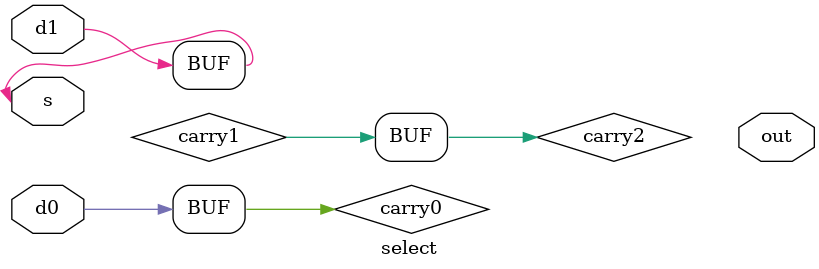
<source format=v>
module t2(
    input clk, D, rst, rst_n, // rst_n ¿ØÖÆÊÇ·ñÖÃÎ»£¬rst ¿ØÖÆÖÃÎ»Îª0»¹ÊÇ1
    output reg q   
);
    wire temp1, temp2;
    select select1 (.d0(0), .d1(1), .s(rst), .out(temp1));
    select select2 (.d0(D), .d1(temp1), .s(rst_n), .out(temp2));
    always @ (posedge clk)
        begin
            q <= temp2;
        end
endmodule

module select (  //¶þÑ¡Ò»Ñ¡ÔñÆ÷Ä£¿é
    input d0, d1, s,
    output out
);
    wire carry0, carry1, carry2;
    not (s, carry0);
    and (d0, carry0);
    and (s, d1);
    or (carry1, carry2);
endmodule    
</source>
